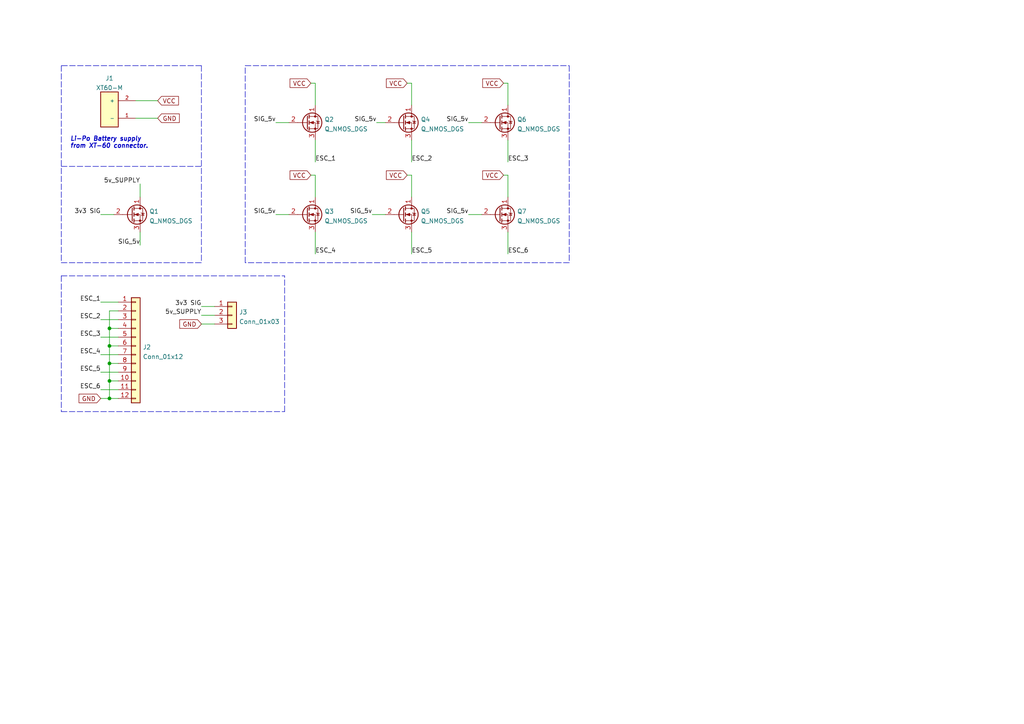
<source format=kicad_sch>
(kicad_sch (version 20211123) (generator eeschema)
  (paper "A4")
  (lib_symbols
    (symbol "Connector_Generic:Conn_01x03" (pin_names (offset 1.016) hide)
      (property "Reference" "J" (at 0 5.08 0))
      (property "Value" "Conn_01x03" (at 0 -5.08 0))
      (symbol "Conn_01x03_1_1"
        (rectangle (start -1.27 -2.413) (end 0 -2.667) (stroke (width 0.1524)))
        (rectangle (start -1.27 0.127) (end 0 -0.127) (stroke (width 0.1524)))
        (rectangle (start -1.27 2.667) (end 0 2.413) (stroke (width 0.1524)))
        (rectangle (start -1.27 3.81) (end 1.27 -3.81) (stroke (width 0.254)) (fill (type background)))
        (pin passive line (at -5.08 2.54 0) (length 3.81) (name "Pin_1") (number "1"))
        (pin passive line (at -5.08 0 0) (length 3.81) (name "Pin_2") (number "2"))
        (pin passive line (at -5.08 -2.54 0) (length 3.81) (name "Pin_3") (number "3"))
      )
    )
    (symbol "Connector_Generic:Conn_01x12" (pin_names (offset 1.016) hide)
      (property "Reference" "J" (at 0 15.24 0))
      (property "Value" "Conn_01x12" (at 0 -17.78 0))
      (symbol "Conn_01x12_1_1"
        (rectangle (start -1.27 -15.113) (end 0 -15.367) (stroke (width 0.1524)))
        (rectangle (start -1.27 -12.573) (end 0 -12.827) (stroke (width 0.1524)))
        (rectangle (start -1.27 -10.033) (end 0 -10.287) (stroke (width 0.1524)))
        (rectangle (start -1.27 -7.493) (end 0 -7.747) (stroke (width 0.1524)))
        (rectangle (start -1.27 -4.953) (end 0 -5.207) (stroke (width 0.1524)))
        (rectangle (start -1.27 -2.413) (end 0 -2.667) (stroke (width 0.1524)))
        (rectangle (start -1.27 0.127) (end 0 -0.127) (stroke (width 0.1524)))
        (rectangle (start -1.27 2.667) (end 0 2.413) (stroke (width 0.1524)))
        (rectangle (start -1.27 5.207) (end 0 4.953) (stroke (width 0.1524)))
        (rectangle (start -1.27 7.747) (end 0 7.493) (stroke (width 0.1524)))
        (rectangle (start -1.27 10.287) (end 0 10.033) (stroke (width 0.1524)))
        (rectangle (start -1.27 12.827) (end 0 12.573) (stroke (width 0.1524)))
        (rectangle (start -1.27 13.97) (end 1.27 -16.51) (stroke (width 0.254)) (fill (type background)))
        (pin passive line (at -5.08 12.7 0) (length 3.81) (name "Pin_1") (number "1"))
        (pin passive line (at -5.08 -10.16 0) (length 3.81) (name "Pin_10") (number "10"))
        (pin passive line (at -5.08 -12.7 0) (length 3.81) (name "Pin_11") (number "11"))
        (pin passive line (at -5.08 -15.24 0) (length 3.81) (name "Pin_12") (number "12"))
        (pin passive line (at -5.08 10.16 0) (length 3.81) (name "Pin_2") (number "2"))
        (pin passive line (at -5.08 7.62 0) (length 3.81) (name "Pin_3") (number "3"))
        (pin passive line (at -5.08 5.08 0) (length 3.81) (name "Pin_4") (number "4"))
        (pin passive line (at -5.08 2.54 0) (length 3.81) (name "Pin_5") (number "5"))
        (pin passive line (at -5.08 0 0) (length 3.81) (name "Pin_6") (number "6"))
        (pin passive line (at -5.08 -2.54 0) (length 3.81) (name "Pin_7") (number "7"))
        (pin passive line (at -5.08 -5.08 0) (length 3.81) (name "Pin_8") (number "8"))
        (pin passive line (at -5.08 -7.62 0) (length 3.81) (name "Pin_9") (number "9"))
      )
    )
    (symbol "Device:Q_NMOS_DGS" (pin_names (offset 0) hide)
      (property "Reference" "Q" (at 5.08 1.27 0))
      (property "Value" "Q_NMOS_DGS" (at 5.08 -1.27 0))
      (symbol "Q_NMOS_DGS_0_1"
        (polyline (pts (xy 0.254 0) (xy -2.54 0)))
        (polyline (pts (xy 0.254 1.905) (xy 0.254 -1.905)) (stroke (width 0.254)))
        (polyline (pts (xy 0.762 -1.27) (xy 0.762 -2.286)) (stroke (width 0.254)))
        (polyline (pts (xy 0.762 0.508) (xy 0.762 -0.508)) (stroke (width 0.254)))
        (polyline (pts (xy 0.762 2.286) (xy 0.762 1.27)) (stroke (width 0.254)))
        (polyline (pts (xy 2.54 2.54) (xy 2.54 1.778)))
        (polyline (pts (xy 2.54 -2.54) (xy 2.54 0) (xy 0.762 0)))
        (polyline (pts (xy 0.762 -1.778) (xy 3.302 -1.778) (xy 3.302 1.778) (xy 0.762 1.778)))
        (polyline (pts (xy 1.016 0) (xy 2.032 0.381) (xy 2.032 -0.381) (xy 1.016 0)) (fill (type outline)))
        (polyline (pts (xy 2.794 0.508) (xy 2.921 0.381) (xy 3.683 0.381) (xy 3.81 0.254)))
        (polyline (pts (xy 3.302 0.381) (xy 2.921 -0.254) (xy 3.683 -0.254) (xy 3.302 0.381)))
        (circle (center 1.651 0) (radius 2.794) (stroke (width 0.254)))
        (circle (center 2.54 -1.778) (radius 0.254) (fill (type outline)))
        (circle (center 2.54 1.778) (radius 0.254) (fill (type outline)))
      )
      (symbol "Q_NMOS_DGS_1_1"
        (pin passive line (at 2.54 5.08 270) (length 2.54) (name "D") (number "1"))
        (pin input line (at -5.08 0 0) (length 2.54) (name "G") (number "2"))
        (pin passive line (at 2.54 -5.08 90) (length 2.54) (name "S") (number "3"))
      )
    )
    (symbol "XT60-M:XT60-M" (pin_names (offset 1.016))
      (property "Reference" "J" (at -2.54 5.715 0))
      (property "Value" "XT60-M" (at -2.794 -6.35 0))
      (symbol "XT60-M_0_0"
        (rectangle (start -2.54 -5.08) (end 2.54 5.08) (stroke (width 0.254)) (fill (type background)))
        (pin passive line (at -7.62 2.54 0) (length 5.08) (name "-") (number "1"))
        (pin passive line (at -7.62 -2.54 0) (length 5.08) (name "+") (number "2"))
      )
    )
  )
  (junction (at 31.75 105.41))
  (junction (at 31.75 100.33))
  (junction (at 31.75 115.57))
  (junction (at 31.75 95.25))
  (junction (at 31.75 110.49))
  (wire (pts (xy 91.44 40.64) (xy 91.44 46.99)))
  (wire (pts (xy 31.75 110.49) (xy 31.75 115.57)))
  (wire (pts (xy 29.21 97.79) (xy 34.29 97.79)))
  (polyline (pts (xy 17.78 80.01) (xy 82.55 80.01)))
  (wire (pts (xy 119.38 50.8) (xy 119.38 57.15)))
  (wire (pts (xy 29.21 113.03) (xy 34.29 113.03)))
  (wire (pts (xy 29.21 115.57) (xy 31.75 115.57)))
  (polyline (pts (xy 71.12 19.05) (xy 165.1 19.05)))
  (wire (pts (xy 90.17 50.8) (xy 91.44 50.8)))
  (wire (pts (xy 58.42 91.44) (xy 62.23 91.44)))
  (wire (pts (xy 91.44 67.31) (xy 91.44 73.66)))
  (wire (pts (xy 39.37 29.21) (xy 45.72 29.21)))
  (wire (pts (xy 40.64 67.31) (xy 40.64 71.12)))
  (wire (pts (xy 80.01 35.56) (xy 83.82 35.56)))
  (wire (pts (xy 34.29 90.17) (xy 31.75 90.17)))
  (wire (pts (xy 147.32 40.64) (xy 147.32 46.99)))
  (wire (pts (xy 147.32 67.31) (xy 147.32 73.66)))
  (wire (pts (xy 31.75 105.41) (xy 34.29 105.41)))
  (polyline (pts (xy 17.78 48.26) (xy 58.42 48.26)))
  (wire (pts (xy 135.89 62.23) (xy 139.7 62.23)))
  (polyline (pts (xy 17.78 119.38) (xy 82.55 119.38)))
  (polyline (pts (xy 165.1 19.05) (xy 165.1 76.2)))
  (wire (pts (xy 146.05 24.13) (xy 147.32 24.13)))
  (wire (pts (xy 135.89 35.56) (xy 139.7 35.56)))
  (wire (pts (xy 146.05 50.8) (xy 147.32 50.8)))
  (polyline (pts (xy 17.78 19.05) (xy 17.78 76.2)))
  (polyline (pts (xy 58.42 19.05) (xy 17.78 19.05)))
  (wire (pts (xy 31.75 110.49) (xy 34.29 110.49)))
  (wire (pts (xy 118.11 24.13) (xy 119.38 24.13)))
  (wire (pts (xy 91.44 50.8) (xy 91.44 57.15)))
  (wire (pts (xy 58.42 88.9) (xy 62.23 88.9)))
  (wire (pts (xy 31.75 115.57) (xy 34.29 115.57)))
  (polyline (pts (xy 17.78 76.2) (xy 58.42 76.2)))
  (wire (pts (xy 118.11 50.8) (xy 119.38 50.8)))
  (wire (pts (xy 91.44 24.13) (xy 91.44 30.48)))
  (wire (pts (xy 90.17 24.13) (xy 91.44 24.13)))
  (wire (pts (xy 31.75 95.25) (xy 31.75 100.33)))
  (wire (pts (xy 29.21 87.63) (xy 34.29 87.63)))
  (wire (pts (xy 119.38 67.31) (xy 119.38 73.66)))
  (wire (pts (xy 109.22 35.56) (xy 111.76 35.56)))
  (wire (pts (xy 39.37 34.29) (xy 45.72 34.29)))
  (wire (pts (xy 29.21 107.95) (xy 34.29 107.95)))
  (wire (pts (xy 29.21 62.23) (xy 33.02 62.23)))
  (wire (pts (xy 40.64 53.34) (xy 40.64 57.15)))
  (wire (pts (xy 58.42 93.98) (xy 62.23 93.98)))
  (wire (pts (xy 107.95 62.23) (xy 111.76 62.23)))
  (wire (pts (xy 31.75 90.17) (xy 31.75 95.25)))
  (polyline (pts (xy 58.42 19.05) (xy 58.42 76.2)))
  (wire (pts (xy 119.38 24.13) (xy 119.38 30.48)))
  (wire (pts (xy 29.21 92.71) (xy 34.29 92.71)))
  (wire (pts (xy 147.32 24.13) (xy 147.32 30.48)))
  (wire (pts (xy 29.21 102.87) (xy 34.29 102.87)))
  (polyline (pts (xy 165.1 76.2) (xy 71.12 76.2)))
  (wire (pts (xy 119.38 40.64) (xy 119.38 46.99)))
  (wire (pts (xy 31.75 100.33) (xy 34.29 100.33)))
  (wire (pts (xy 80.01 62.23) (xy 83.82 62.23)))
  (wire (pts (xy 31.75 95.25) (xy 34.29 95.25)))
  (wire (pts (xy 31.75 105.41) (xy 31.75 110.49)))
  (polyline (pts (xy 71.12 76.2) (xy 71.12 19.05)))
  (polyline (pts (xy 82.55 119.38) (xy 82.55 80.01)))
  (polyline (pts (xy 17.78 80.01) (xy 17.78 119.38)))
  (wire (pts (xy 147.32 50.8) (xy 147.32 57.15)))
  (wire (pts (xy 31.75 100.33) (xy 31.75 105.41)))
  (text "Li-Po Battery supply \nfrom XT-60 connector.\n" (at 20.32 43.18 0) (effects (font (size 1.27 1.27) (thickness 0.254) bold italic) (justify left bottom)))
  (label "ESC_3" (at 147.32 46.99 0))
  (label "SIG_5v" (at 80.01 35.56 180))
  (label "SIG_5v" (at 80.01 62.23 180))
  (label "SIG_5v" (at 40.64 71.12 180))
  (label "ESC_5" (at 29.21 107.95 180))
  (label "SIG_5v" (at 135.89 62.23 180))
  (label "ESC_6" (at 147.32 73.66 0))
  (label "ESC_5" (at 119.38 73.66 0))
  (label "ESC_4" (at 29.21 102.87 180))
  (label "5v_SUPPLY" (at 40.64 53.34 180))
  (label "ESC_6" (at 29.21 113.03 180))
  (label "3v3 SIG" (at 29.21 62.23 180))
  (label "ESC_1" (at 29.21 87.63 180))
  (label "ESC_1" (at 91.44 46.99 0))
  (label "3v3 SIG" (at 58.42 88.9 180))
  (label "5v_SUPPLY" (at 58.42 91.44 180))
  (label "ESC_2" (at 119.38 46.99 0))
  (label "SIG_5v" (at 135.89 35.56 180))
  (label "ESC_4" (at 91.44 73.66 0))
  (label "ESC_3" (at 29.21 97.79 180))
  (label "SIG_5v" (at 107.95 62.23 180))
  (label "ESC_2" (at 29.21 92.71 180))
  (label "SIG_5v" (at 109.22 35.56 180))
  (global_label "GND" (shape input) (at 29.21 115.57 180) (property "Intersheet References" "${INTERSHEET_REFS}" (effects hide)))
  (global_label "VCC" (shape input) (at 118.11 24.13 180) (property "Intersheet References" "${INTERSHEET_REFS}" (effects hide)))
  (global_label "GND" (shape input) (at 45.72 34.29 0) (property "Intersheet References" "${INTERSHEET_REFS}" (effects hide)))
  (global_label "VCC" (shape input) (at 146.05 50.8 180) (property "Intersheet References" "${INTERSHEET_REFS}" (effects hide)))
  (global_label "VCC" (shape input) (at 118.11 50.8 180) (property "Intersheet References" "${INTERSHEET_REFS}" (effects hide)))
  (global_label "VCC" (shape input) (at 45.72 29.21 0) (property "Intersheet References" "${INTERSHEET_REFS}" (effects hide)))
  (global_label "GND" (shape input) (at 58.42 93.98 180) (property "Intersheet References" "${INTERSHEET_REFS}" (effects hide)))
  (global_label "VCC" (shape input) (at 90.17 50.8 180) (property "Intersheet References" "${INTERSHEET_REFS}" (effects hide)))
  (global_label "VCC" (shape input) (at 90.17 24.13 180) (property "Intersheet References" "${INTERSHEET_REFS}" (effects hide)))
  (global_label "VCC" (shape input) (at 146.05 24.13 180) (property "Intersheet References" "${INTERSHEET_REFS}" (effects hide)))
  (symbol (lib_id "Device:Q_NMOS_DGS") (at 116.84 62.23 0) (unit 1)
    (property "Reference" "Q5" (at 122.047 61.3215 0) (effects (justify left)))
    (property "Value" "Q_NMOS_DGS" (at 122.047 64.0966 0) (effects (justify left)))
    (property "Footprint" "Package_TO_SOT_SMD:TO-263-2" (effects hide))
  )
  (symbol (lib_id "Device:Q_NMOS_DGS") (at 38.1 62.23 0) (unit 1)
    (property "Reference" "Q1" (at 43.307 61.3215 0) (effects (justify left)))
    (property "Value" "Q_NMOS_DGS" (at 43.307 64.0966 0) (effects (justify left)))
    (property "Footprint" "Package_TO_SOT_SMD:SOT-323_SC-70" (effects hide))
  )
  (symbol (lib_id "Connector_Generic:Conn_01x03") (at 67.31 91.44 0) (unit 1)
    (property "Reference" "J3" (at 69.342 90.5315 0) (effects (justify left)))
    (property "Value" "Conn_01x03" (at 69.342 93.3066 0) (effects (justify left)))
    (property "Footprint" "Connector_PinHeader_1.27mm:PinHeader_1x03_P1.27mm_Vertical" (effects hide))
  )
  (symbol (lib_id "Device:Q_NMOS_DGS") (at 144.78 35.56 0) (unit 1)
    (property "Reference" "Q6" (at 149.987 34.6515 0) (effects (justify left)))
    (property "Value" "Q_NMOS_DGS" (at 149.987 37.4266 0) (effects (justify left)))
    (property "Footprint" "Package_TO_SOT_SMD:TO-263-2" (effects hide))
  )
  (symbol (lib_id "XT60-M:XT60-M") (at 31.75 31.75 180) (unit 1)
    (property "Reference" "J1" (at 31.75 22.7035 0))
    (property "Value" "XT60-M" (at 31.75 25.4786 0))
    (property "Footprint" "Symbols:AMASS_XT60-M" (effects hide))
    (property "MANUFACTURER" "AMASS" (effects hide))
    (property "STANDARD" "IPC-7251" (effects hide))
    (property "PARTREV" "1.2" (effects hide))
  )
  (symbol (lib_id "Device:Q_NMOS_DGS") (at 144.78 62.23 0) (unit 1)
    (property "Reference" "Q7" (at 149.987 61.3215 0) (effects (justify left)))
    (property "Value" "Q_NMOS_DGS" (at 149.987 64.0966 0) (effects (justify left)))
    (property "Footprint" "Package_TO_SOT_SMD:TO-263-2" (effects hide))
  )
  (symbol (lib_id "Device:Q_NMOS_DGS") (at 88.9 35.56 0) (unit 1)
    (property "Reference" "Q2" (at 94.107 34.6515 0) (effects (justify left)))
    (property "Value" "Q_NMOS_DGS" (at 94.107 37.4266 0) (effects (justify left)))
    (property "Footprint" "Package_TO_SOT_SMD:TO-263-2" (effects hide))
  )
  (symbol (lib_id "Connector_Generic:Conn_01x12") (at 39.37 100.33 0) (unit 1)
    (property "Reference" "J2" (at 41.402 100.6915 0) (effects (justify left)))
    (property "Value" "Conn_01x12" (at 41.402 103.4666 0) (effects (justify left)))
    (property "Footprint" "Connector_PinHeader_1.27mm:PinHeader_1x12_P1.27mm_Horizontal" (effects hide))
  )
  (symbol (lib_id "Device:Q_NMOS_DGS") (at 116.84 35.56 0) (unit 1)
    (property "Reference" "Q4" (at 122.047 34.6515 0) (effects (justify left)))
    (property "Value" "Q_NMOS_DGS" (at 122.047 37.4266 0) (effects (justify left)))
    (property "Footprint" "Package_TO_SOT_SMD:TO-263-2" (effects hide))
  )
  (symbol (lib_id "Device:Q_NMOS_DGS") (at 88.9 62.23 0) (unit 1)
    (property "Reference" "Q3" (at 94.107 61.3215 0) (effects (justify left)))
    (property "Value" "Q_NMOS_DGS" (at 94.107 64.0966 0) (effects (justify left)))
    (property "Footprint" "Package_TO_SOT_SMD:TO-263-2" (effects hide))
  )
)
</source>
